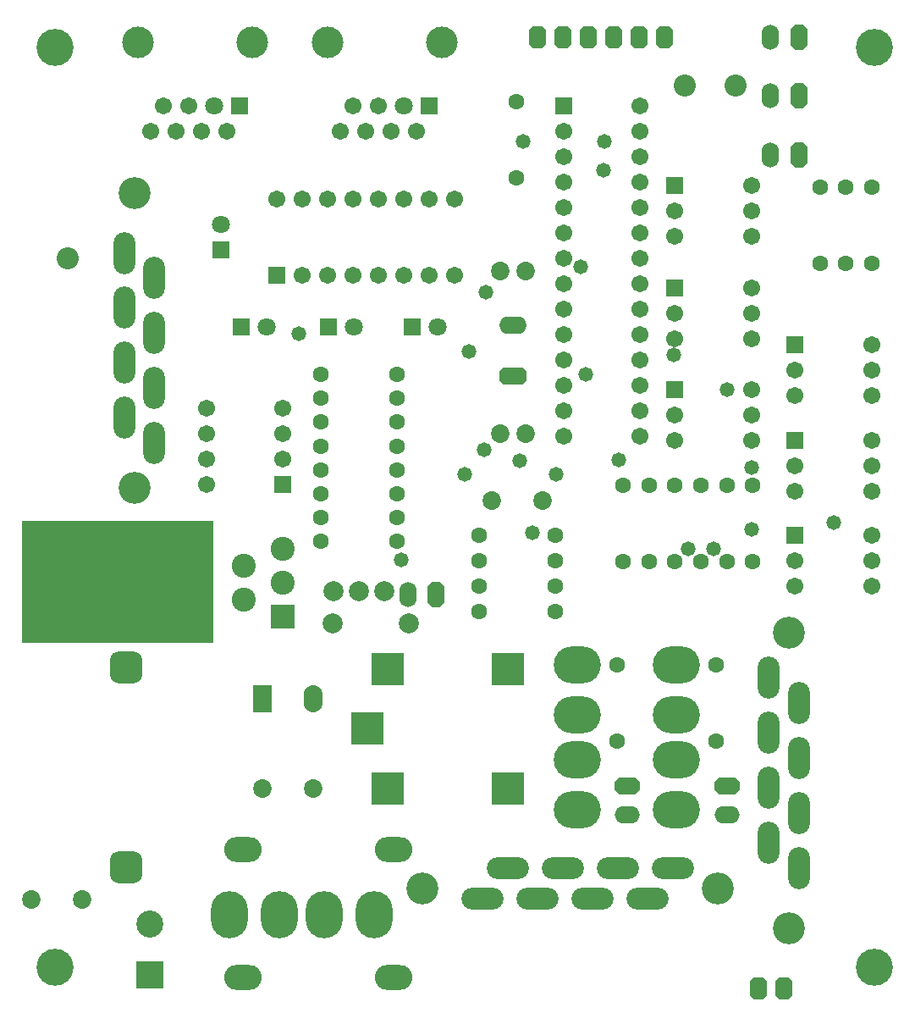
<source format=gts>
%FSLAX24Y24*%
%MOIN*%
G70*
G01*
G75*
G04 Layer_Color=8388736*
%ADD10C,0.0236*%
%ADD11C,0.0157*%
%ADD12C,0.0591*%
%ADD13C,0.0197*%
%ADD14C,0.0394*%
%ADD15C,0.0709*%
%ADD16C,0.0315*%
%ADD17R,0.7480X0.4724*%
%ADD18R,0.3533X0.6102*%
%ADD19C,0.1378*%
%ADD20C,0.0787*%
%ADD21R,0.0591X0.0591*%
%ADD22C,0.0591*%
%ADD23C,0.0551*%
%ADD24C,0.1181*%
%ADD25O,0.0787X0.1575*%
G04:AMPARAMS|DCode=26|XSize=60mil|YSize=90.6mil|CornerRadius=0mil|HoleSize=0mil|Usage=FLASHONLY|Rotation=0.000|XOffset=0mil|YOffset=0mil|HoleType=Round|Shape=Octagon|*
%AMOCTAGOND26*
4,1,8,-0.0150,0.0453,0.0150,0.0453,0.0300,0.0303,0.0300,-0.0303,0.0150,-0.0453,-0.0150,-0.0453,-0.0300,-0.0303,-0.0300,0.0303,-0.0150,0.0453,0.0*
%
%ADD26OCTAGOND26*%

%ADD27O,0.0600X0.0906*%
%ADD28C,0.0650*%
%ADD29C,0.0591*%
%ADD30R,0.0591X0.0591*%
%ADD31C,0.0630*%
%ADD32C,0.1161*%
%ADD33O,0.1000X0.0600*%
G04:AMPARAMS|DCode=34|XSize=100mil|YSize=60mil|CornerRadius=0mil|HoleSize=0mil|Usage=FLASHONLY|Rotation=180.000|XOffset=0mil|YOffset=0mil|HoleType=Round|Shape=Octagon|*
%AMOCTAGOND34*
4,1,8,-0.0500,0.0150,-0.0500,-0.0150,-0.0350,-0.0300,0.0350,-0.0300,0.0500,-0.0150,0.0500,0.0150,0.0350,0.0300,-0.0350,0.0300,-0.0500,0.0150,0.0*
%
%ADD34OCTAGOND34*%

G04:AMPARAMS|DCode=35|XSize=80mil|YSize=60mil|CornerRadius=0mil|HoleSize=0mil|Usage=FLASHONLY|Rotation=90.000|XOffset=0mil|YOffset=0mil|HoleType=Round|Shape=Octagon|*
%AMOCTAGOND35*
4,1,8,0.0150,0.0400,-0.0150,0.0400,-0.0300,0.0250,-0.0300,-0.0250,-0.0150,-0.0400,0.0150,-0.0400,0.0300,-0.0250,0.0300,0.0250,0.0150,0.0400,0.0*
%
%ADD35OCTAGOND35*%

%ADD36C,0.0630*%
%ADD37R,0.0630X0.0630*%
%ADD38R,0.0591X0.0591*%
%ADD39R,0.1181X0.1181*%
%ADD40C,0.0709*%
%ADD41R,0.0630X0.0630*%
%ADD42O,0.1772X0.1378*%
%ADD43C,0.0866*%
%ADD44R,0.0866X0.0866*%
%ADD45C,0.1969*%
%ADD46R,0.0669X0.0984*%
%ADD47O,0.0669X0.0984*%
%ADD48R,0.0984X0.0984*%
%ADD49C,0.0984*%
%ADD50O,0.1575X0.0787*%
G04:AMPARAMS|DCode=51|XSize=60mil|YSize=90.6mil|CornerRadius=0mil|HoleSize=0mil|Usage=FLASHONLY|Rotation=90.000|XOffset=0mil|YOffset=0mil|HoleType=Round|Shape=Octagon|*
%AMOCTAGOND51*
4,1,8,-0.0453,-0.0150,-0.0453,0.0150,-0.0303,0.0300,0.0303,0.0300,0.0453,0.0150,0.0453,-0.0150,0.0303,-0.0300,-0.0303,-0.0300,-0.0453,-0.0150,0.0*
%
%ADD51OCTAGOND51*%

%ADD52O,0.0906X0.0600*%
%ADD53O,0.1400X0.0900*%
G04:AMPARAMS|DCode=54|XSize=118.1mil|YSize=118.1mil|CornerRadius=29.5mil|HoleSize=0mil|Usage=FLASHONLY|Rotation=270.000|XOffset=0mil|YOffset=0mil|HoleType=Round|Shape=RoundedRectangle|*
%AMROUNDEDRECTD54*
21,1,0.1181,0.0591,0,0,270.0*
21,1,0.0591,0.1181,0,0,270.0*
1,1,0.0591,-0.0295,-0.0295*
1,1,0.0591,-0.0295,0.0295*
1,1,0.0591,0.0295,0.0295*
1,1,0.0591,0.0295,-0.0295*
%
%ADD54ROUNDEDRECTD54*%
%ADD55O,0.1378X0.1772*%
%ADD56C,0.0500*%
%ADD57C,0.0472*%
%ADD58C,0.0100*%
%ADD59C,0.0079*%
%ADD60C,0.0098*%
%ADD61C,0.0060*%
%ADD62C,0.0020*%
%ADD63C,0.0039*%
%ADD64C,0.0030*%
%ADD65C,0.0080*%
%ADD66R,0.0200X0.0200*%
%ADD67R,0.0219X0.0300*%
%ADD68R,0.0252X0.0300*%
%ADD69R,0.0300X0.2008*%
%ADD70R,0.0219X0.0300*%
%ADD71R,0.0300X0.2008*%
%ADD72R,0.7560X0.4804*%
%ADD73C,0.1458*%
%ADD74C,0.0867*%
%ADD75R,0.0671X0.0671*%
%ADD76C,0.0671*%
%ADD77C,0.0631*%
%ADD78C,0.1261*%
%ADD79O,0.0867X0.1655*%
G04:AMPARAMS|DCode=80|XSize=68mil|YSize=98.6mil|CornerRadius=0mil|HoleSize=0mil|Usage=FLASHONLY|Rotation=0.000|XOffset=0mil|YOffset=0mil|HoleType=Round|Shape=Octagon|*
%AMOCTAGOND80*
4,1,8,-0.0170,0.0493,0.0170,0.0493,0.0340,0.0323,0.0340,-0.0323,0.0170,-0.0493,-0.0170,-0.0493,-0.0340,-0.0323,-0.0340,0.0323,-0.0170,0.0493,0.0*
%
%ADD80OCTAGOND80*%

%ADD81O,0.0680X0.0986*%
%ADD82C,0.0730*%
%ADD83C,0.0671*%
%ADD84R,0.0671X0.0671*%
%ADD85C,0.0710*%
%ADD86C,0.1241*%
%ADD87O,0.1080X0.0680*%
G04:AMPARAMS|DCode=88|XSize=108mil|YSize=68mil|CornerRadius=0mil|HoleSize=0mil|Usage=FLASHONLY|Rotation=180.000|XOffset=0mil|YOffset=0mil|HoleType=Round|Shape=Octagon|*
%AMOCTAGOND88*
4,1,8,-0.0540,0.0170,-0.0540,-0.0170,-0.0370,-0.0340,0.0370,-0.0340,0.0540,-0.0170,0.0540,0.0170,0.0370,0.0340,-0.0370,0.0340,-0.0540,0.0170,0.0*
%
%ADD88OCTAGOND88*%

G04:AMPARAMS|DCode=89|XSize=88mil|YSize=68mil|CornerRadius=0mil|HoleSize=0mil|Usage=FLASHONLY|Rotation=90.000|XOffset=0mil|YOffset=0mil|HoleType=Round|Shape=Octagon|*
%AMOCTAGOND89*
4,1,8,0.0170,0.0440,-0.0170,0.0440,-0.0340,0.0270,-0.0340,-0.0270,-0.0170,-0.0440,0.0170,-0.0440,0.0340,-0.0270,0.0340,0.0270,0.0170,0.0440,0.0*
%
%ADD89OCTAGOND89*%

%ADD90C,0.0710*%
%ADD91R,0.0710X0.0710*%
%ADD92R,0.0671X0.0671*%
%ADD93R,0.1261X0.1261*%
%ADD94C,0.0789*%
%ADD95R,0.0710X0.0710*%
%ADD96O,0.1852X0.1458*%
%ADD97C,0.0946*%
%ADD98R,0.0946X0.0946*%
%ADD99C,0.2049*%
%ADD100R,0.0749X0.1064*%
%ADD101O,0.0749X0.1064*%
%ADD102R,0.1064X0.1064*%
%ADD103C,0.1064*%
%ADD104O,0.1655X0.0867*%
G04:AMPARAMS|DCode=105|XSize=68mil|YSize=98.6mil|CornerRadius=0mil|HoleSize=0mil|Usage=FLASHONLY|Rotation=90.000|XOffset=0mil|YOffset=0mil|HoleType=Round|Shape=Octagon|*
%AMOCTAGOND105*
4,1,8,-0.0493,-0.0170,-0.0493,0.0170,-0.0323,0.0340,0.0323,0.0340,0.0493,0.0170,0.0493,-0.0170,0.0323,-0.0340,-0.0323,-0.0340,-0.0493,-0.0170,0.0*
%
%ADD105OCTAGOND105*%

%ADD106O,0.0986X0.0680*%
%ADD107O,0.1480X0.0980*%
G04:AMPARAMS|DCode=108|XSize=126.1mil|YSize=126.1mil|CornerRadius=33.5mil|HoleSize=0mil|Usage=FLASHONLY|Rotation=270.000|XOffset=0mil|YOffset=0mil|HoleType=Round|Shape=RoundedRectangle|*
%AMROUNDEDRECTD108*
21,1,0.1261,0.0591,0,0,270.0*
21,1,0.0591,0.1261,0,0,270.0*
1,1,0.0671,-0.0295,-0.0295*
1,1,0.0671,-0.0295,0.0295*
1,1,0.0671,0.0295,0.0295*
1,1,0.0671,0.0295,-0.0295*
%
%ADD108ROUNDEDRECTD108*%
%ADD109O,0.1458X0.1852*%
%ADD110C,0.0580*%
D72*
X4055Y16735D02*
D03*
D73*
X33858Y37795D02*
D03*
Y1575D02*
D03*
X1575D02*
D03*
Y37795D02*
D03*
D74*
X28392Y36270D02*
D03*
X26392D02*
D03*
X2077Y29498D02*
D03*
D75*
X21610Y35476D02*
D03*
X10545Y20577D02*
D03*
D76*
X21610Y34476D02*
D03*
Y33476D02*
D03*
Y32476D02*
D03*
Y31476D02*
D03*
Y30476D02*
D03*
Y29476D02*
D03*
Y28476D02*
D03*
Y27476D02*
D03*
Y26476D02*
D03*
Y25476D02*
D03*
Y24476D02*
D03*
Y23476D02*
D03*
Y22476D02*
D03*
X24610Y35476D02*
D03*
Y34476D02*
D03*
Y33476D02*
D03*
Y32476D02*
D03*
Y31476D02*
D03*
Y30476D02*
D03*
Y29476D02*
D03*
Y28476D02*
D03*
Y27476D02*
D03*
Y26476D02*
D03*
Y25476D02*
D03*
Y24476D02*
D03*
Y23476D02*
D03*
Y22476D02*
D03*
X10545Y21577D02*
D03*
Y22577D02*
D03*
Y23577D02*
D03*
X7545Y20577D02*
D03*
Y21577D02*
D03*
Y22577D02*
D03*
Y23577D02*
D03*
D77*
X19744Y35663D02*
D03*
Y32663D02*
D03*
X15047Y22096D02*
D03*
X12047D02*
D03*
X15047Y23032D02*
D03*
X12047D02*
D03*
X33737Y32295D02*
D03*
Y29295D02*
D03*
X12047Y23967D02*
D03*
X15047D02*
D03*
X32723Y32295D02*
D03*
Y29295D02*
D03*
X31709Y32295D02*
D03*
Y29295D02*
D03*
X15047Y24902D02*
D03*
X12047D02*
D03*
X15047Y21161D02*
D03*
X12047D02*
D03*
X15047Y19291D02*
D03*
X12047D02*
D03*
X21268Y17585D02*
D03*
X18268D02*
D03*
X21268Y16588D02*
D03*
X18268D02*
D03*
X21268Y15591D02*
D03*
X18268D02*
D03*
X21268Y18583D02*
D03*
X18268D02*
D03*
X12047Y20226D02*
D03*
X15047D02*
D03*
X27019Y17537D02*
D03*
Y20537D02*
D03*
X25996Y17537D02*
D03*
Y20537D02*
D03*
X24973Y17537D02*
D03*
Y20537D02*
D03*
X23705Y10498D02*
D03*
Y13498D02*
D03*
X23950Y17537D02*
D03*
Y20537D02*
D03*
X27622Y10498D02*
D03*
Y13498D02*
D03*
X28042Y17537D02*
D03*
Y20537D02*
D03*
X29065D02*
D03*
Y17537D02*
D03*
X15047Y18356D02*
D03*
X12047D02*
D03*
D78*
X4713Y32061D02*
D03*
Y20446D02*
D03*
X30476Y3130D02*
D03*
Y14744D02*
D03*
X16063Y4685D02*
D03*
X27677D02*
D03*
D79*
X4319Y23202D02*
D03*
Y25368D02*
D03*
Y27533D02*
D03*
Y29698D02*
D03*
X5500Y28714D02*
D03*
Y26549D02*
D03*
Y24383D02*
D03*
Y22218D02*
D03*
X30870Y11988D02*
D03*
Y9823D02*
D03*
Y7658D02*
D03*
Y5492D02*
D03*
X29689Y6476D02*
D03*
Y8642D02*
D03*
Y10807D02*
D03*
Y12972D02*
D03*
D80*
X30876Y38189D02*
D03*
Y35876D02*
D03*
Y33563D02*
D03*
X16589Y16260D02*
D03*
D81*
X29754Y38189D02*
D03*
Y35876D02*
D03*
Y33563D02*
D03*
X15467Y16260D02*
D03*
D82*
X20106Y28996D02*
D03*
X19106D02*
D03*
X20106Y22596D02*
D03*
X19106D02*
D03*
X18768Y19961D02*
D03*
X20768D02*
D03*
X9734Y8622D02*
D03*
X11734D02*
D03*
X2644Y4242D02*
D03*
X644D02*
D03*
D83*
X5337Y34476D02*
D03*
X8337D02*
D03*
X5837Y35476D02*
D03*
X6337Y34476D02*
D03*
X7337D02*
D03*
X6837Y35476D02*
D03*
X11329Y28815D02*
D03*
X12329D02*
D03*
X13329D02*
D03*
X14329D02*
D03*
X15329D02*
D03*
X16329D02*
D03*
X17329D02*
D03*
X10329Y31815D02*
D03*
X11329D02*
D03*
X12329D02*
D03*
X13329D02*
D03*
X14329D02*
D03*
X15329D02*
D03*
X16329D02*
D03*
X17329D02*
D03*
X12817Y34476D02*
D03*
X15817D02*
D03*
X13317Y35476D02*
D03*
X13817Y34476D02*
D03*
X14817D02*
D03*
X14317Y35476D02*
D03*
X25997Y30334D02*
D03*
Y31334D02*
D03*
X29031Y30334D02*
D03*
Y31334D02*
D03*
Y32334D02*
D03*
X30727Y24088D02*
D03*
Y25088D02*
D03*
X33761Y24088D02*
D03*
Y25088D02*
D03*
Y26088D02*
D03*
X25997Y26320D02*
D03*
Y27320D02*
D03*
X29031Y26320D02*
D03*
Y27320D02*
D03*
Y28320D02*
D03*
X30727Y20331D02*
D03*
Y21331D02*
D03*
X33761Y20331D02*
D03*
Y21331D02*
D03*
Y22331D02*
D03*
X25997Y22306D02*
D03*
Y23306D02*
D03*
X29031Y22306D02*
D03*
Y23306D02*
D03*
Y24306D02*
D03*
X33761Y18574D02*
D03*
Y17574D02*
D03*
Y16574D02*
D03*
X30727Y17574D02*
D03*
Y16574D02*
D03*
D84*
X8837Y35476D02*
D03*
X16317D02*
D03*
X25997Y32334D02*
D03*
X30727Y26088D02*
D03*
X25997Y28320D02*
D03*
X30727Y22331D02*
D03*
X25997Y24306D02*
D03*
X30727Y18574D02*
D03*
D85*
X7837Y35476D02*
D03*
X15317D02*
D03*
D86*
X9337Y37976D02*
D03*
X4837D02*
D03*
X16817D02*
D03*
X12317D02*
D03*
D87*
X19606Y26846D02*
D03*
D88*
Y24861D02*
D03*
D89*
X20589Y38169D02*
D03*
X21589D02*
D03*
X22589D02*
D03*
X23589D02*
D03*
X25589D02*
D03*
X24589D02*
D03*
X29291Y748D02*
D03*
X30291D02*
D03*
D90*
X8110Y30815D02*
D03*
X16660Y26796D02*
D03*
X13360D02*
D03*
X9910D02*
D03*
D91*
X8110Y29815D02*
D03*
D92*
X10329Y28815D02*
D03*
D93*
X14679Y13328D02*
D03*
X19404D02*
D03*
X14679Y8604D02*
D03*
X13892Y10966D02*
D03*
X19404Y8604D02*
D03*
D94*
X15530Y15108D02*
D03*
X12530D02*
D03*
X14553Y16388D02*
D03*
X12553D02*
D03*
X13553D02*
D03*
D95*
X15660Y26796D02*
D03*
X12360D02*
D03*
X8910D02*
D03*
D96*
X22140Y13474D02*
D03*
Y11506D02*
D03*
Y7766D02*
D03*
Y9734D02*
D03*
X26057Y13474D02*
D03*
Y11506D02*
D03*
Y7766D02*
D03*
Y9734D02*
D03*
D97*
X10554Y16726D02*
D03*
Y18065D02*
D03*
X9019Y16057D02*
D03*
Y17395D02*
D03*
D98*
X10554Y15387D02*
D03*
D99*
X2051Y16732D02*
D03*
D100*
X9734Y12165D02*
D03*
D101*
X11734D02*
D03*
D102*
X5325Y1289D02*
D03*
D103*
Y3289D02*
D03*
D104*
X24921Y4291D02*
D03*
X22756D02*
D03*
X20591D02*
D03*
X18425D02*
D03*
X19409Y5472D02*
D03*
X21575D02*
D03*
X23740D02*
D03*
X25906D02*
D03*
D105*
X24108Y8701D02*
D03*
X28055Y8701D02*
D03*
D106*
X24108Y7579D02*
D03*
X28055Y7579D02*
D03*
D107*
X14902Y6230D02*
D03*
X8986D02*
D03*
Y1171D02*
D03*
X14902D02*
D03*
D108*
X4390Y13386D02*
D03*
Y5512D02*
D03*
D109*
X12195Y3642D02*
D03*
X14163D02*
D03*
X10423D02*
D03*
X8455D02*
D03*
D110*
X25950Y25674D02*
D03*
X19889Y21514D02*
D03*
X20390Y18684D02*
D03*
X29010Y18814D02*
D03*
X27530Y18034D02*
D03*
X26510D02*
D03*
X18471Y21934D02*
D03*
X22280Y29146D02*
D03*
X17900Y25824D02*
D03*
X15210Y17624D02*
D03*
X32240Y19094D02*
D03*
X28042Y24306D02*
D03*
X23790Y21534D02*
D03*
X17730Y20974D02*
D03*
X21320D02*
D03*
X23210Y34076D02*
D03*
X22500Y24931D02*
D03*
X11191Y26523D02*
D03*
X18553Y28140D02*
D03*
X23199Y32943D02*
D03*
X20020Y34094D02*
D03*
X29027Y21260D02*
D03*
M02*

</source>
